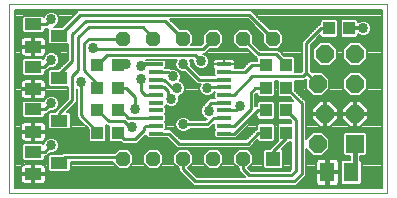
<source format=gtl>
G75*
%MOIN*%
%OFA0B0*%
%FSLAX24Y24*%
%IPPOS*%
%LPD*%
%AMOC8*
5,1,8,0,0,1.08239X$1,22.5*
%
%ADD10C,0.0000*%
%ADD11R,0.0472X0.0472*%
%ADD12OC8,0.0472*%
%ADD13R,0.0394X0.0433*%
%ADD14R,0.0472X0.0118*%
%ADD15R,0.0551X0.0394*%
%ADD16OC8,0.0600*%
%ADD17R,0.0600X0.0600*%
%ADD18R,0.0512X0.0630*%
%ADD19C,0.0100*%
%ADD20C,0.0337*%
%ADD21C,0.0070*%
%ADD22C,0.0120*%
%ADD23C,0.0160*%
D10*
X000241Y000241D02*
X000241Y006541D01*
X012840Y006541D01*
X012840Y000241D01*
X000241Y000241D01*
D11*
X009041Y001391D03*
D12*
X008041Y001391D03*
X007041Y001391D03*
X006041Y001391D03*
X005041Y001391D03*
X004041Y001391D03*
X004041Y005391D03*
X005041Y005391D03*
X006041Y005391D03*
X007041Y005391D03*
X008041Y005391D03*
X009041Y005391D03*
D13*
X008800Y004510D03*
X009470Y004510D03*
X009470Y003760D03*
X008800Y003760D03*
X008800Y003010D03*
X009470Y003010D03*
X009470Y002260D03*
X008800Y002260D03*
X003845Y002260D03*
X003175Y002260D03*
X003175Y003010D03*
X003845Y003010D03*
X003845Y003760D03*
X003175Y003760D03*
X003175Y004510D03*
X003845Y004510D03*
X010900Y005735D03*
X011570Y005735D03*
D14*
X007402Y004537D03*
X007402Y004281D03*
X007402Y004025D03*
X007402Y003769D03*
X007402Y003513D03*
X007402Y003257D03*
X007402Y003001D03*
X007402Y002745D03*
X007402Y002489D03*
X007402Y002233D03*
X005118Y002233D03*
X005118Y002489D03*
X005118Y002745D03*
X005118Y003001D03*
X005118Y003257D03*
X005118Y003513D03*
X005118Y003769D03*
X005118Y004025D03*
X005118Y004281D03*
X005118Y004537D03*
D15*
X001906Y004080D03*
X001040Y003706D03*
X001040Y003039D03*
X001906Y002665D03*
X001040Y002291D03*
X001040Y001624D03*
X001906Y001250D03*
X001040Y000876D03*
X001040Y004454D03*
X001040Y005124D03*
X001906Y005498D03*
X001040Y005872D03*
D16*
X010510Y003885D03*
X011760Y003885D03*
X011760Y002885D03*
X010760Y002885D03*
X010510Y001885D03*
X010760Y004885D03*
X011760Y004885D03*
D17*
X011760Y001885D03*
D18*
X011629Y000935D03*
X010841Y000935D03*
D19*
X009985Y000885D02*
X009741Y000641D01*
X006441Y000641D01*
X006041Y001041D01*
X006041Y001390D01*
X006041Y001391D01*
X005891Y001891D02*
X008191Y001891D01*
X008541Y002241D01*
X008782Y002241D01*
X008800Y002260D01*
X009035Y001635D02*
X009470Y002070D01*
X009470Y002260D01*
X009785Y002695D02*
X009785Y000985D01*
X009641Y000841D01*
X008241Y000841D01*
X008041Y001041D01*
X008041Y001390D01*
X008041Y001391D01*
X009035Y001396D02*
X009035Y001635D01*
X009035Y001396D02*
X009041Y001391D01*
X009985Y000885D02*
X009985Y003245D01*
X009470Y003760D01*
X008800Y003760D02*
X008775Y003735D01*
X008435Y003735D01*
X008285Y003585D01*
X008285Y003035D01*
X007739Y002489D01*
X007402Y002489D01*
X007402Y002745D02*
X007045Y002745D01*
X006835Y002535D01*
X006035Y002535D01*
X005549Y002233D02*
X005891Y001891D01*
X005549Y002233D02*
X005118Y002233D01*
X004735Y002335D02*
X004735Y002435D01*
X004789Y002489D01*
X005118Y002489D01*
X005118Y002745D02*
X004209Y002745D01*
X003945Y003010D01*
X003845Y003010D01*
X004060Y002635D02*
X003550Y002635D01*
X003175Y003010D01*
X002635Y002835D02*
X002635Y003935D01*
X002335Y004135D02*
X002535Y004335D01*
X002535Y005435D01*
X002891Y005791D01*
X004690Y005791D01*
X005041Y005391D01*
X004041Y005391D02*
X002891Y005391D01*
X002735Y005235D01*
X002735Y004335D01*
X003175Y003895D01*
X003175Y003760D01*
X003845Y003760D02*
X004110Y003760D01*
X004435Y003435D01*
X004435Y003035D01*
X004060Y002635D02*
X004260Y002435D01*
X004335Y002435D01*
X004435Y002035D02*
X004735Y002335D01*
X004435Y002035D02*
X004070Y002035D01*
X003845Y002260D01*
X003175Y002295D02*
X003175Y002260D01*
X003150Y002235D01*
X003175Y002295D02*
X002635Y002835D01*
X002335Y003335D02*
X001906Y002906D01*
X001906Y002665D01*
X001439Y003039D02*
X001635Y003235D01*
X001439Y003039D02*
X001040Y003039D01*
X002335Y003335D02*
X002335Y004135D01*
X001906Y004080D02*
X001906Y004206D01*
X002335Y004635D01*
X002335Y005535D01*
X002791Y005991D01*
X005440Y005991D01*
X006041Y005391D01*
X006691Y005041D02*
X007041Y005391D01*
X006691Y005041D02*
X003079Y005041D01*
X003035Y005085D01*
X003507Y004841D02*
X006429Y004841D01*
X006635Y004635D01*
X006035Y004535D02*
X006545Y004025D01*
X007402Y004025D01*
X007402Y004281D02*
X008081Y004281D01*
X008310Y004510D01*
X008800Y004510D01*
X009135Y004885D02*
X009470Y004550D01*
X009470Y004510D01*
X010010Y004135D02*
X010135Y004260D01*
X010510Y003885D01*
X010010Y004135D02*
X008335Y004135D01*
X007713Y003513D01*
X007402Y003513D01*
X007402Y003769D02*
X006869Y003769D01*
X006835Y003735D01*
X006957Y003257D02*
X006885Y003185D01*
X006885Y002985D01*
X006957Y003257D02*
X007402Y003257D01*
X007402Y003001D02*
X007801Y003001D01*
X007935Y003135D01*
X008510Y003010D02*
X008800Y003010D01*
X008760Y003010D01*
X008510Y003010D02*
X007733Y002233D01*
X007402Y002233D01*
X009470Y003010D02*
X009785Y002695D01*
X010135Y004260D02*
X010135Y005235D01*
X010635Y005735D01*
X010900Y005735D01*
X009041Y005391D02*
X008240Y006191D01*
X002591Y006191D01*
X002591Y006183D01*
X001906Y005498D01*
X001472Y005872D02*
X001635Y006035D01*
X001472Y005872D02*
X001040Y005872D01*
X001635Y004685D02*
X001404Y004454D01*
X001040Y004454D01*
X003175Y004510D02*
X003507Y004841D01*
X003845Y004510D02*
X004110Y004510D01*
X004135Y004535D01*
X004635Y004035D02*
X004635Y003635D01*
X004757Y003513D01*
X005118Y003513D01*
X005118Y003769D02*
X005401Y003769D01*
X005535Y003635D01*
X005535Y003485D01*
X005635Y003385D01*
X005685Y003735D02*
X005835Y003735D01*
X005685Y003735D02*
X005395Y004025D01*
X005118Y004025D01*
X005118Y004281D02*
X005539Y004281D01*
X005685Y004135D01*
X008041Y005391D02*
X008546Y004885D01*
X009135Y004885D01*
X004041Y001391D02*
X003996Y001435D01*
X002091Y001435D01*
X001906Y001250D01*
X001424Y001624D02*
X001635Y001835D01*
X001424Y001624D02*
X001040Y001624D01*
D20*
X001635Y001835D03*
X002435Y002235D03*
X004335Y002435D03*
X004435Y003035D03*
X005635Y003385D03*
X005835Y003735D03*
X005685Y004135D03*
X006035Y004535D03*
X006635Y004635D03*
X006835Y003735D03*
X006635Y003335D03*
X006885Y002985D03*
X006035Y002535D03*
X005535Y001835D03*
X005535Y000835D03*
X004535Y000835D03*
X003435Y000835D03*
X002535Y000835D03*
X001635Y003235D03*
X002635Y003935D03*
X001635Y004685D03*
X001835Y005035D03*
X003035Y005085D03*
X004135Y004535D03*
X004635Y004485D03*
X004635Y004035D03*
X006535Y005635D03*
X007535Y005635D03*
X009635Y005235D03*
X012035Y005735D03*
X009935Y003735D03*
X007935Y003135D03*
X012235Y000735D03*
X001635Y006035D03*
D21*
X001390Y006132D02*
X001386Y006132D01*
X001389Y006129D02*
X001354Y006163D01*
X000725Y006163D01*
X000669Y006108D01*
X000669Y005635D01*
X000725Y005580D01*
X001354Y005580D01*
X001410Y005635D01*
X001410Y005727D01*
X001532Y005727D01*
X001535Y005730D01*
X001535Y005261D01*
X001591Y005206D01*
X002190Y005206D01*
X002190Y004695D01*
X001867Y004372D01*
X001591Y004372D01*
X001535Y004316D01*
X001535Y003844D01*
X001591Y003788D01*
X002190Y003788D01*
X002190Y003395D01*
X001846Y003051D01*
X001761Y002966D01*
X001761Y002957D01*
X001591Y002957D01*
X001535Y002901D01*
X001535Y002429D01*
X001591Y002373D01*
X002221Y002373D01*
X002276Y002429D01*
X002276Y002901D01*
X002221Y002957D01*
X002162Y002957D01*
X002395Y003190D01*
X002395Y003190D01*
X002480Y003275D01*
X002480Y003717D01*
X002486Y003712D01*
X002490Y003710D01*
X002490Y002775D01*
X002575Y002690D01*
X002884Y002381D01*
X002884Y002004D01*
X002939Y001948D01*
X003412Y001948D01*
X003467Y002004D01*
X003467Y002513D01*
X003490Y002490D01*
X003553Y002490D01*
X003553Y002004D01*
X003608Y001948D01*
X003951Y001948D01*
X004010Y001890D01*
X004495Y001890D01*
X004787Y002182D01*
X004787Y002135D01*
X004843Y002079D01*
X005394Y002079D01*
X005403Y002088D01*
X005489Y002088D01*
X005746Y001831D01*
X005831Y001746D01*
X008251Y001746D01*
X008509Y002004D01*
X008564Y001948D01*
X009037Y001948D01*
X009092Y002004D01*
X009092Y002516D01*
X009037Y002572D01*
X008564Y002572D01*
X008509Y002516D01*
X008509Y002386D01*
X008481Y002386D01*
X008396Y002301D01*
X008131Y002036D01*
X005951Y002036D01*
X005694Y002294D01*
X005609Y002378D01*
X005437Y002378D01*
X005449Y002391D01*
X005449Y002588D01*
X005420Y002617D01*
X005449Y002647D01*
X005449Y002844D01*
X006658Y002844D01*
X006662Y002836D02*
X006736Y002762D01*
X006821Y002726D01*
X006775Y002680D01*
X006260Y002680D01*
X006258Y002684D01*
X006184Y002758D01*
X006087Y002798D01*
X005983Y002798D01*
X005886Y002758D01*
X005812Y002684D01*
X005772Y002587D01*
X005772Y002483D01*
X005812Y002386D01*
X005886Y002312D01*
X005983Y002272D01*
X006087Y002272D01*
X006184Y002312D01*
X006258Y002386D01*
X006260Y002390D01*
X006895Y002390D01*
X006980Y002475D01*
X007071Y002565D01*
X007071Y002391D01*
X007100Y002361D01*
X007071Y002332D01*
X007071Y002135D01*
X007126Y002079D01*
X007677Y002079D01*
X007686Y002088D01*
X007794Y002088D01*
X008509Y002803D01*
X008509Y002754D01*
X008564Y002698D01*
X009037Y002698D01*
X009092Y002754D01*
X009092Y003266D01*
X009037Y003322D01*
X008564Y003322D01*
X008509Y003266D01*
X008509Y003155D01*
X008450Y003155D01*
X008430Y003135D01*
X008430Y003525D01*
X008495Y003590D01*
X008509Y003590D01*
X008509Y003504D01*
X008564Y003448D01*
X009037Y003448D01*
X009092Y003504D01*
X009092Y003990D01*
X009178Y003990D01*
X009178Y003504D01*
X009233Y003448D01*
X009576Y003448D01*
X009703Y003322D01*
X009233Y003322D01*
X009178Y003266D01*
X009178Y002754D01*
X009233Y002698D01*
X009576Y002698D01*
X009640Y002635D01*
X009640Y002572D01*
X009233Y002572D01*
X009178Y002516D01*
X009178Y002004D01*
X009188Y001993D01*
X008917Y001722D01*
X008765Y001722D01*
X008709Y001666D01*
X008709Y001115D01*
X008765Y001060D01*
X009316Y001060D01*
X009372Y001115D01*
X009372Y001666D01*
X009322Y001717D01*
X009530Y001925D01*
X009554Y001948D01*
X009640Y001948D01*
X009640Y001045D01*
X009581Y000986D01*
X008301Y000986D01*
X008203Y001085D01*
X008372Y001254D01*
X008372Y001528D01*
X008178Y001722D01*
X007903Y001722D01*
X007709Y001528D01*
X007709Y001254D01*
X007896Y001067D01*
X007896Y000981D01*
X007981Y000896D01*
X008091Y000786D01*
X006501Y000786D01*
X006203Y001085D01*
X006372Y001254D01*
X006372Y001528D01*
X006178Y001722D01*
X005903Y001722D01*
X005709Y001528D01*
X005709Y001254D01*
X005896Y001067D01*
X005896Y000981D01*
X005981Y000896D01*
X006381Y000496D01*
X009801Y000496D01*
X009886Y000581D01*
X010130Y000825D01*
X010130Y001706D01*
X010346Y001490D01*
X010674Y001490D01*
X010905Y001721D01*
X010905Y002049D01*
X010674Y002280D01*
X010346Y002280D01*
X010130Y002064D01*
X010130Y003305D01*
X010045Y003390D01*
X009761Y003673D01*
X009761Y003990D01*
X010070Y003990D01*
X010115Y004035D01*
X010115Y003721D01*
X010346Y003490D01*
X010674Y003490D01*
X010905Y003721D01*
X010905Y004049D01*
X010674Y004280D01*
X010346Y004280D01*
X010333Y004267D01*
X010280Y004320D01*
X010280Y005175D01*
X010609Y005503D01*
X010609Y005479D01*
X010664Y005423D01*
X011137Y005423D01*
X011192Y005479D01*
X011192Y005991D01*
X011137Y006047D01*
X010664Y006047D01*
X010609Y005991D01*
X010609Y005880D01*
X010575Y005880D01*
X009990Y005295D01*
X009990Y004320D01*
X009950Y004280D01*
X009761Y004280D01*
X009761Y004766D01*
X009706Y004822D01*
X009404Y004822D01*
X009280Y004945D01*
X009280Y004945D01*
X009195Y005030D01*
X008606Y005030D01*
X008372Y005265D01*
X008372Y005528D01*
X008178Y005722D01*
X007903Y005722D01*
X007709Y005528D01*
X007709Y005254D01*
X007903Y005060D01*
X008167Y005060D01*
X008401Y004825D01*
X008486Y004740D01*
X008509Y004740D01*
X008509Y004655D01*
X008250Y004655D01*
X008165Y004570D01*
X008021Y004426D01*
X007764Y004426D01*
X007773Y004460D01*
X007773Y004537D01*
X007773Y004613D01*
X007764Y004648D01*
X007746Y004678D01*
X007721Y004704D01*
X007690Y004721D01*
X007656Y004731D01*
X007402Y004731D01*
X007402Y004537D01*
X007402Y004537D01*
X007773Y004537D01*
X007402Y004537D01*
X007402Y004537D01*
X007402Y004731D01*
X007148Y004731D01*
X007113Y004721D01*
X007083Y004704D01*
X007058Y004678D01*
X007040Y004648D01*
X007031Y004613D01*
X007031Y004537D01*
X007402Y004537D01*
X007402Y004537D01*
X007031Y004537D01*
X007031Y004460D01*
X007040Y004425D01*
X007058Y004395D01*
X007072Y004380D01*
X007071Y004379D01*
X007071Y004182D01*
X007083Y004170D01*
X006605Y004170D01*
X006297Y004478D01*
X006298Y004483D01*
X006298Y004587D01*
X006258Y004684D01*
X006246Y004696D01*
X006369Y004696D01*
X006373Y004692D01*
X006372Y004687D01*
X006372Y004583D01*
X006412Y004486D01*
X006486Y004412D01*
X006583Y004372D01*
X006687Y004372D01*
X006784Y004412D01*
X006858Y004486D01*
X006898Y004583D01*
X006898Y004687D01*
X006858Y004784D01*
X006784Y004858D01*
X006693Y004896D01*
X006751Y004896D01*
X006914Y005060D01*
X007178Y005060D01*
X007372Y005254D01*
X007372Y005528D01*
X007178Y005722D01*
X006903Y005722D01*
X006709Y005528D01*
X006709Y005265D01*
X006631Y005186D01*
X006304Y005186D01*
X006372Y005254D01*
X006372Y005528D01*
X006178Y005722D01*
X005914Y005722D01*
X005590Y006046D01*
X008180Y006046D01*
X008709Y005517D01*
X008709Y005254D01*
X008903Y005060D01*
X009178Y005060D01*
X009372Y005254D01*
X009372Y005528D01*
X009178Y005722D01*
X008914Y005722D01*
X008385Y006251D01*
X008300Y006336D01*
X002531Y006336D01*
X002446Y006251D01*
X002446Y006243D01*
X001992Y005789D01*
X001731Y005789D01*
X001784Y005812D01*
X001858Y005886D01*
X001898Y005983D01*
X001898Y006087D01*
X001858Y006184D01*
X001784Y006258D01*
X001687Y006298D01*
X001583Y006298D01*
X001486Y006258D01*
X001412Y006184D01*
X001389Y006129D01*
X001428Y006201D02*
X000426Y006201D01*
X000426Y006269D02*
X001512Y006269D01*
X001758Y006269D02*
X002464Y006269D01*
X002404Y006201D02*
X001842Y006201D01*
X001880Y006132D02*
X002335Y006132D01*
X002267Y006064D02*
X001898Y006064D01*
X001898Y005995D02*
X002198Y005995D01*
X002130Y005927D02*
X001875Y005927D01*
X001831Y005858D02*
X002061Y005858D01*
X001993Y005790D02*
X001731Y005790D01*
X001535Y005721D02*
X001410Y005721D01*
X001410Y005653D02*
X001535Y005653D01*
X001535Y005584D02*
X001359Y005584D01*
X001535Y005516D02*
X000426Y005516D01*
X000426Y005584D02*
X000720Y005584D01*
X000669Y005653D02*
X000426Y005653D01*
X000426Y005721D02*
X000669Y005721D01*
X000669Y005790D02*
X000426Y005790D01*
X000426Y005858D02*
X000669Y005858D01*
X000669Y005927D02*
X000426Y005927D01*
X000426Y005995D02*
X000669Y005995D01*
X000669Y006064D02*
X000426Y006064D01*
X000426Y006132D02*
X000693Y006132D01*
X000426Y006338D02*
X012655Y006338D01*
X012655Y006356D02*
X000426Y006356D01*
X000426Y000426D01*
X012655Y000426D01*
X012655Y006356D01*
X012655Y006269D02*
X008367Y006269D01*
X008436Y006201D02*
X012655Y006201D01*
X012655Y006132D02*
X008504Y006132D01*
X008573Y006064D02*
X012655Y006064D01*
X012655Y005995D02*
X012095Y005995D01*
X012087Y005998D02*
X011983Y005998D01*
X011886Y005958D01*
X011861Y005934D01*
X011861Y005991D01*
X011806Y006047D01*
X011333Y006047D01*
X011278Y005991D01*
X011278Y005479D01*
X011333Y005423D01*
X011806Y005423D01*
X011861Y005479D01*
X011861Y005536D01*
X011886Y005512D01*
X011983Y005472D01*
X012087Y005472D01*
X012184Y005512D01*
X012258Y005586D01*
X012298Y005683D01*
X012298Y005787D01*
X012258Y005884D01*
X012184Y005958D01*
X012087Y005998D01*
X011975Y005995D02*
X011857Y005995D01*
X012216Y005927D02*
X012655Y005927D01*
X012655Y005858D02*
X012269Y005858D01*
X012297Y005790D02*
X012655Y005790D01*
X012655Y005721D02*
X012298Y005721D01*
X012286Y005653D02*
X012655Y005653D01*
X012655Y005584D02*
X012257Y005584D01*
X012188Y005516D02*
X012655Y005516D01*
X012655Y005447D02*
X011830Y005447D01*
X011861Y005516D02*
X011882Y005516D01*
X011924Y005280D02*
X011596Y005280D01*
X011365Y005049D01*
X011365Y004721D01*
X011596Y004490D01*
X011924Y004490D01*
X012155Y004721D01*
X012155Y005049D01*
X011924Y005280D01*
X011962Y005242D02*
X012655Y005242D01*
X012655Y005310D02*
X010415Y005310D01*
X010347Y005242D02*
X010558Y005242D01*
X010596Y005280D02*
X010365Y005049D01*
X010365Y004721D01*
X010596Y004490D01*
X010924Y004490D01*
X011155Y004721D01*
X011155Y005049D01*
X010924Y005280D01*
X010596Y005280D01*
X010490Y005173D02*
X010280Y005173D01*
X010280Y005105D02*
X010421Y005105D01*
X010365Y005036D02*
X010280Y005036D01*
X010280Y004968D02*
X010365Y004968D01*
X010365Y004899D02*
X010280Y004899D01*
X010280Y004831D02*
X010365Y004831D01*
X010365Y004762D02*
X010280Y004762D01*
X010280Y004694D02*
X010393Y004694D01*
X010461Y004625D02*
X010280Y004625D01*
X010280Y004557D02*
X010530Y004557D01*
X010280Y004488D02*
X012655Y004488D01*
X012655Y004420D02*
X010280Y004420D01*
X010280Y004351D02*
X012655Y004351D01*
X012655Y004283D02*
X010317Y004283D01*
X009990Y004351D02*
X009761Y004351D01*
X009761Y004283D02*
X009953Y004283D01*
X009990Y004420D02*
X009761Y004420D01*
X009761Y004488D02*
X009990Y004488D01*
X009990Y004557D02*
X009761Y004557D01*
X009761Y004625D02*
X009990Y004625D01*
X009990Y004694D02*
X009761Y004694D01*
X009761Y004762D02*
X009990Y004762D01*
X009990Y004831D02*
X009394Y004831D01*
X009326Y004899D02*
X009990Y004899D01*
X009990Y004968D02*
X009257Y004968D01*
X009223Y005105D02*
X009990Y005105D01*
X009990Y005173D02*
X009291Y005173D01*
X009360Y005242D02*
X009990Y005242D01*
X010005Y005310D02*
X009372Y005310D01*
X009372Y005379D02*
X010074Y005379D01*
X010142Y005447D02*
X009372Y005447D01*
X009372Y005516D02*
X010211Y005516D01*
X010279Y005584D02*
X009316Y005584D01*
X009247Y005653D02*
X010348Y005653D01*
X010416Y005721D02*
X009179Y005721D01*
X008847Y005790D02*
X010485Y005790D01*
X010553Y005858D02*
X008778Y005858D01*
X008710Y005927D02*
X010609Y005927D01*
X010613Y005995D02*
X008641Y005995D01*
X008368Y005858D02*
X005778Y005858D01*
X005847Y005790D02*
X008437Y005790D01*
X008505Y005721D02*
X008179Y005721D01*
X008247Y005653D02*
X008574Y005653D01*
X008642Y005584D02*
X008316Y005584D01*
X008372Y005516D02*
X008709Y005516D01*
X008709Y005447D02*
X008372Y005447D01*
X008372Y005379D02*
X008709Y005379D01*
X008709Y005310D02*
X008372Y005310D01*
X008395Y005242D02*
X008721Y005242D01*
X008790Y005173D02*
X008463Y005173D01*
X008532Y005105D02*
X008858Y005105D01*
X008600Y005036D02*
X009990Y005036D01*
X010484Y005379D02*
X012655Y005379D01*
X012655Y005173D02*
X012030Y005173D01*
X012099Y005105D02*
X012655Y005105D01*
X012655Y005036D02*
X012155Y005036D01*
X012155Y004968D02*
X012655Y004968D01*
X012655Y004899D02*
X012155Y004899D01*
X012155Y004831D02*
X012655Y004831D01*
X012655Y004762D02*
X012155Y004762D01*
X012127Y004694D02*
X012655Y004694D01*
X012655Y004625D02*
X012059Y004625D01*
X011990Y004557D02*
X012655Y004557D01*
X012655Y004214D02*
X011989Y004214D01*
X011924Y004280D02*
X011596Y004280D01*
X011365Y004049D01*
X011365Y003721D01*
X011596Y003490D01*
X011924Y003490D01*
X012155Y003721D01*
X012155Y004049D01*
X011924Y004280D01*
X012058Y004146D02*
X012655Y004146D01*
X012655Y004077D02*
X012126Y004077D01*
X012155Y004009D02*
X012655Y004009D01*
X012655Y003940D02*
X012155Y003940D01*
X012155Y003872D02*
X012655Y003872D01*
X012655Y003803D02*
X012155Y003803D01*
X012155Y003735D02*
X012655Y003735D01*
X012655Y003666D02*
X012100Y003666D01*
X012031Y003598D02*
X012655Y003598D01*
X012655Y003529D02*
X011963Y003529D01*
X011940Y003320D02*
X011795Y003320D01*
X011795Y002920D01*
X012195Y002920D01*
X012195Y003065D01*
X011940Y003320D01*
X012005Y003255D02*
X012655Y003255D01*
X012655Y003187D02*
X012073Y003187D01*
X012142Y003118D02*
X012655Y003118D01*
X012655Y003050D02*
X012195Y003050D01*
X012195Y002981D02*
X012655Y002981D01*
X012655Y002913D02*
X011795Y002913D01*
X011795Y002920D02*
X011795Y002850D01*
X012195Y002850D01*
X012195Y002705D01*
X011940Y002450D01*
X011795Y002450D01*
X011795Y002850D01*
X011725Y002850D01*
X011725Y002450D01*
X011580Y002450D01*
X011325Y002705D01*
X011325Y002850D01*
X011725Y002850D01*
X011725Y002920D01*
X011725Y003320D01*
X011580Y003320D01*
X011325Y003065D01*
X011325Y002920D01*
X011725Y002920D01*
X011795Y002920D01*
X011795Y002981D02*
X011725Y002981D01*
X011725Y002913D02*
X010795Y002913D01*
X010795Y002920D02*
X011195Y002920D01*
X011195Y003065D01*
X010940Y003320D01*
X010795Y003320D01*
X010795Y002920D01*
X010725Y002920D01*
X010725Y003320D01*
X010580Y003320D01*
X010325Y003065D01*
X010325Y002920D01*
X010725Y002920D01*
X010725Y002850D01*
X010325Y002850D01*
X010325Y002705D01*
X010580Y002450D01*
X010725Y002450D01*
X010725Y002850D01*
X010795Y002850D01*
X010795Y002920D01*
X010795Y002981D02*
X010725Y002981D01*
X010725Y002913D02*
X010130Y002913D01*
X010130Y002981D02*
X010325Y002981D01*
X010325Y003050D02*
X010130Y003050D01*
X010130Y003118D02*
X010378Y003118D01*
X010447Y003187D02*
X010130Y003187D01*
X010130Y003255D02*
X010515Y003255D01*
X010725Y003255D02*
X010795Y003255D01*
X010795Y003187D02*
X010725Y003187D01*
X010725Y003118D02*
X010795Y003118D01*
X010795Y003050D02*
X010725Y003050D01*
X010725Y002844D02*
X010795Y002844D01*
X010795Y002850D02*
X010795Y002450D01*
X010940Y002450D01*
X011195Y002705D01*
X011195Y002850D01*
X010795Y002850D01*
X010795Y002776D02*
X010725Y002776D01*
X010725Y002707D02*
X010795Y002707D01*
X010795Y002639D02*
X010725Y002639D01*
X010725Y002570D02*
X010795Y002570D01*
X010795Y002502D02*
X010725Y002502D01*
X010528Y002502D02*
X010130Y002502D01*
X010130Y002570D02*
X010460Y002570D01*
X010391Y002639D02*
X010130Y002639D01*
X010130Y002707D02*
X010325Y002707D01*
X010325Y002776D02*
X010130Y002776D01*
X010130Y002844D02*
X010325Y002844D01*
X009636Y002639D02*
X008344Y002639D01*
X008412Y002707D02*
X008555Y002707D01*
X008509Y002776D02*
X008481Y002776D01*
X008563Y002570D02*
X008275Y002570D01*
X008207Y002502D02*
X008509Y002502D01*
X008509Y002433D02*
X008138Y002433D01*
X008070Y002365D02*
X008460Y002365D01*
X008391Y002296D02*
X008001Y002296D01*
X007933Y002228D02*
X008323Y002228D01*
X008254Y002159D02*
X007864Y002159D01*
X007796Y002091D02*
X008186Y002091D01*
X008459Y001954D02*
X008559Y001954D01*
X008390Y001885D02*
X009080Y001885D01*
X009042Y001954D02*
X009149Y001954D01*
X009178Y002022D02*
X009092Y002022D01*
X009092Y002091D02*
X009178Y002091D01*
X009178Y002159D02*
X009092Y002159D01*
X009092Y002228D02*
X009178Y002228D01*
X009178Y002296D02*
X009092Y002296D01*
X009092Y002365D02*
X009178Y002365D01*
X009178Y002433D02*
X009092Y002433D01*
X009092Y002502D02*
X009178Y002502D01*
X009232Y002570D02*
X009038Y002570D01*
X009045Y002707D02*
X009225Y002707D01*
X009178Y002776D02*
X009092Y002776D01*
X009092Y002844D02*
X009178Y002844D01*
X009178Y002913D02*
X009092Y002913D01*
X009092Y002981D02*
X009178Y002981D01*
X009178Y003050D02*
X009092Y003050D01*
X009092Y003118D02*
X009178Y003118D01*
X009178Y003187D02*
X009092Y003187D01*
X009092Y003255D02*
X009178Y003255D01*
X009221Y003461D02*
X009049Y003461D01*
X009092Y003529D02*
X009178Y003529D01*
X009178Y003598D02*
X009092Y003598D01*
X009092Y003666D02*
X009178Y003666D01*
X009178Y003735D02*
X009092Y003735D01*
X009092Y003803D02*
X009178Y003803D01*
X009178Y003872D02*
X009092Y003872D01*
X009092Y003940D02*
X009178Y003940D01*
X009761Y003940D02*
X010115Y003940D01*
X010115Y003872D02*
X009761Y003872D01*
X009761Y003803D02*
X010115Y003803D01*
X010115Y003735D02*
X009761Y003735D01*
X009768Y003666D02*
X010170Y003666D01*
X010239Y003598D02*
X009837Y003598D01*
X009905Y003529D02*
X010307Y003529D01*
X010042Y003392D02*
X012655Y003392D01*
X012655Y003324D02*
X010111Y003324D01*
X009974Y003461D02*
X012655Y003461D01*
X011795Y003255D02*
X011725Y003255D01*
X011725Y003187D02*
X011795Y003187D01*
X011795Y003118D02*
X011725Y003118D01*
X011725Y003050D02*
X011795Y003050D01*
X011447Y003187D02*
X011073Y003187D01*
X011005Y003255D02*
X011515Y003255D01*
X011378Y003118D02*
X011142Y003118D01*
X011195Y003050D02*
X011325Y003050D01*
X011325Y002981D02*
X011195Y002981D01*
X011195Y002844D02*
X011325Y002844D01*
X011325Y002776D02*
X011195Y002776D01*
X011195Y002707D02*
X011325Y002707D01*
X011391Y002639D02*
X011129Y002639D01*
X011060Y002570D02*
X011460Y002570D01*
X011528Y002502D02*
X010992Y002502D01*
X010726Y002228D02*
X011368Y002228D01*
X011365Y002224D02*
X011421Y002280D01*
X012099Y002280D01*
X012155Y002224D01*
X012155Y001546D01*
X012099Y001490D01*
X011935Y001490D01*
X011935Y001334D01*
X011980Y001289D01*
X011980Y000581D01*
X011924Y000525D01*
X011333Y000525D01*
X011278Y000581D01*
X011278Y001289D01*
X011333Y001345D01*
X011585Y001345D01*
X011585Y001490D01*
X011421Y001490D01*
X011365Y001546D01*
X011365Y002224D01*
X011365Y002159D02*
X010794Y002159D01*
X010863Y002091D02*
X011365Y002091D01*
X011365Y002022D02*
X010905Y002022D01*
X010905Y001954D02*
X011365Y001954D01*
X011365Y001885D02*
X010905Y001885D01*
X010905Y001817D02*
X011365Y001817D01*
X011365Y001748D02*
X010905Y001748D01*
X010863Y001680D02*
X011365Y001680D01*
X011365Y001611D02*
X010795Y001611D01*
X010726Y001543D02*
X011368Y001543D01*
X011585Y001474D02*
X010130Y001474D01*
X010130Y001406D02*
X011585Y001406D01*
X011326Y001337D02*
X011201Y001337D01*
X011205Y001333D02*
X011180Y001358D01*
X011149Y001376D01*
X011115Y001385D01*
X010876Y001385D01*
X010876Y000970D01*
X010806Y000970D01*
X010806Y000900D01*
X010450Y000900D01*
X010450Y000602D01*
X010460Y000568D01*
X010477Y000537D01*
X010503Y000512D01*
X010533Y000494D01*
X010568Y000485D01*
X010806Y000485D01*
X010806Y000900D01*
X010876Y000900D01*
X010876Y000485D01*
X011115Y000485D01*
X011149Y000494D01*
X011180Y000512D01*
X011205Y000537D01*
X011223Y000568D01*
X011232Y000602D01*
X011232Y000900D01*
X010876Y000900D01*
X010876Y000970D01*
X011232Y000970D01*
X011232Y001268D01*
X011223Y001302D01*
X011205Y001333D01*
X011232Y001269D02*
X011278Y001269D01*
X011278Y001200D02*
X011232Y001200D01*
X011232Y001132D02*
X011278Y001132D01*
X011278Y001063D02*
X011232Y001063D01*
X011232Y000995D02*
X011278Y000995D01*
X011278Y000926D02*
X010876Y000926D01*
X010876Y000858D02*
X010806Y000858D01*
X010806Y000926D02*
X010130Y000926D01*
X010130Y000858D02*
X010450Y000858D01*
X010450Y000789D02*
X010094Y000789D01*
X010026Y000721D02*
X010450Y000721D01*
X010450Y000652D02*
X009957Y000652D01*
X009889Y000584D02*
X010455Y000584D01*
X010499Y000515D02*
X009820Y000515D01*
X009590Y000995D02*
X008293Y000995D01*
X008224Y001063D02*
X008761Y001063D01*
X008709Y001132D02*
X008250Y001132D01*
X008318Y001200D02*
X008709Y001200D01*
X008709Y001269D02*
X008372Y001269D01*
X008372Y001337D02*
X008709Y001337D01*
X008709Y001406D02*
X008372Y001406D01*
X008372Y001474D02*
X008709Y001474D01*
X008709Y001543D02*
X008357Y001543D01*
X008289Y001611D02*
X008709Y001611D01*
X008723Y001680D02*
X008220Y001680D01*
X008253Y001748D02*
X008943Y001748D01*
X009012Y001817D02*
X008322Y001817D01*
X007861Y001680D02*
X007220Y001680D01*
X007178Y001722D02*
X006903Y001722D01*
X006709Y001528D01*
X006709Y001254D01*
X006903Y001060D01*
X007178Y001060D01*
X007372Y001254D01*
X007372Y001528D01*
X007178Y001722D01*
X007289Y001611D02*
X007792Y001611D01*
X007724Y001543D02*
X007357Y001543D01*
X007372Y001474D02*
X007709Y001474D01*
X007709Y001406D02*
X007372Y001406D01*
X007372Y001337D02*
X007709Y001337D01*
X007709Y001269D02*
X007372Y001269D01*
X007318Y001200D02*
X007763Y001200D01*
X007831Y001132D02*
X007250Y001132D01*
X007181Y001063D02*
X007896Y001063D01*
X007896Y000995D02*
X006293Y000995D01*
X006224Y001063D02*
X006900Y001063D01*
X006831Y001132D02*
X006250Y001132D01*
X006318Y001200D02*
X006763Y001200D01*
X006709Y001269D02*
X006372Y001269D01*
X006372Y001337D02*
X006709Y001337D01*
X006709Y001406D02*
X006372Y001406D01*
X006372Y001474D02*
X006709Y001474D01*
X006724Y001543D02*
X006357Y001543D01*
X006289Y001611D02*
X006792Y001611D01*
X006861Y001680D02*
X006220Y001680D01*
X005861Y001680D02*
X005220Y001680D01*
X005178Y001722D02*
X004903Y001722D01*
X004709Y001528D01*
X004709Y001254D01*
X004903Y001060D01*
X005178Y001060D01*
X005372Y001254D01*
X005372Y001528D01*
X005178Y001722D01*
X005289Y001611D02*
X005792Y001611D01*
X005724Y001543D02*
X005357Y001543D01*
X005372Y001474D02*
X005709Y001474D01*
X005709Y001406D02*
X005372Y001406D01*
X005372Y001337D02*
X005709Y001337D01*
X005709Y001269D02*
X005372Y001269D01*
X005318Y001200D02*
X005763Y001200D01*
X005831Y001132D02*
X005250Y001132D01*
X005181Y001063D02*
X005896Y001063D01*
X005896Y000995D02*
X002258Y000995D01*
X002276Y001013D02*
X002276Y001290D01*
X003709Y001290D01*
X003709Y001254D01*
X003903Y001060D01*
X004178Y001060D01*
X004372Y001254D01*
X004372Y001528D01*
X004178Y001722D01*
X003903Y001722D01*
X003761Y001580D01*
X002031Y001580D01*
X001992Y001541D01*
X001591Y001541D01*
X001535Y001486D01*
X001535Y001013D01*
X001591Y000958D01*
X002221Y000958D01*
X002276Y001013D01*
X002276Y001063D02*
X003900Y001063D01*
X003831Y001132D02*
X002276Y001132D01*
X002276Y001200D02*
X003763Y001200D01*
X003709Y001269D02*
X002276Y001269D01*
X001994Y001543D02*
X001548Y001543D01*
X001578Y001573D02*
X001583Y001572D01*
X001687Y001572D01*
X001784Y001612D01*
X001858Y001686D01*
X001898Y001783D01*
X001898Y001887D01*
X001858Y001984D01*
X001784Y002058D01*
X001687Y002098D01*
X001583Y002098D01*
X001486Y002058D01*
X001412Y001984D01*
X001375Y001895D01*
X001354Y001915D01*
X000725Y001915D01*
X000669Y001860D01*
X000669Y001387D01*
X000725Y001332D01*
X001354Y001332D01*
X001410Y001387D01*
X001410Y001479D01*
X001484Y001479D01*
X001578Y001573D01*
X001535Y001474D02*
X001410Y001474D01*
X001410Y001406D02*
X001535Y001406D01*
X001535Y001337D02*
X001360Y001337D01*
X001535Y001269D02*
X000426Y001269D01*
X000426Y001337D02*
X000719Y001337D01*
X000669Y001406D02*
X000426Y001406D01*
X000426Y001474D02*
X000669Y001474D01*
X000669Y001543D02*
X000426Y001543D01*
X000426Y001611D02*
X000669Y001611D01*
X000669Y001680D02*
X000426Y001680D01*
X000426Y001748D02*
X000669Y001748D01*
X000669Y001817D02*
X000426Y001817D01*
X000426Y001885D02*
X000694Y001885D01*
X000712Y001968D02*
X000746Y001959D01*
X001005Y001959D01*
X001005Y002256D01*
X001075Y002256D01*
X001075Y002326D01*
X001450Y002326D01*
X001450Y002506D01*
X001441Y002540D01*
X001423Y002571D01*
X001398Y002596D01*
X001367Y002614D01*
X001333Y002623D01*
X001075Y002623D01*
X001075Y002326D01*
X001005Y002326D01*
X001005Y002623D01*
X000746Y002623D01*
X000712Y002614D01*
X000681Y002596D01*
X000656Y002571D01*
X000638Y002540D01*
X000629Y002506D01*
X000629Y002326D01*
X001005Y002326D01*
X001005Y002256D01*
X000629Y002256D01*
X000629Y002076D01*
X000638Y002042D01*
X000656Y002011D01*
X000681Y001986D01*
X000712Y001968D01*
X000649Y002022D02*
X000426Y002022D01*
X000426Y001954D02*
X001399Y001954D01*
X001398Y001986D02*
X001423Y002011D01*
X001441Y002042D01*
X001450Y002076D01*
X001450Y002256D01*
X001075Y002256D01*
X001075Y001959D01*
X001333Y001959D01*
X001367Y001968D01*
X001398Y001986D01*
X001430Y002022D02*
X001450Y002022D01*
X001450Y002091D02*
X001564Y002091D01*
X001450Y002159D02*
X002884Y002159D01*
X002884Y002091D02*
X001706Y002091D01*
X001820Y002022D02*
X002884Y002022D01*
X002934Y001954D02*
X001871Y001954D01*
X001898Y001885D02*
X005692Y001885D01*
X005746Y001831D02*
X005746Y001831D01*
X005761Y001817D02*
X001898Y001817D01*
X001884Y001748D02*
X005829Y001748D01*
X005624Y001954D02*
X004559Y001954D01*
X004627Y002022D02*
X005555Y002022D01*
X005828Y002159D02*
X007071Y002159D01*
X007071Y002228D02*
X005760Y002228D01*
X005694Y002294D02*
X005694Y002294D01*
X005691Y002296D02*
X005923Y002296D01*
X005833Y002365D02*
X005623Y002365D01*
X005792Y002433D02*
X005449Y002433D01*
X005449Y002502D02*
X005772Y002502D01*
X005772Y002570D02*
X005449Y002570D01*
X005441Y002639D02*
X005793Y002639D01*
X005835Y002707D02*
X005449Y002707D01*
X005449Y002776D02*
X005928Y002776D01*
X006142Y002776D02*
X006722Y002776D01*
X006662Y002836D02*
X006622Y002933D01*
X006622Y003037D01*
X006662Y003134D01*
X006736Y003208D01*
X006740Y003210D01*
X006740Y003245D01*
X006825Y003330D01*
X006897Y003402D01*
X007083Y003402D01*
X007071Y003415D01*
X007071Y003611D01*
X007083Y003624D01*
X007074Y003624D01*
X007058Y003586D01*
X006984Y003512D01*
X006887Y003472D01*
X006783Y003472D01*
X006686Y003512D01*
X006612Y003586D01*
X006572Y003683D01*
X006572Y003787D01*
X006610Y003880D01*
X006485Y003880D01*
X006092Y004273D01*
X006087Y004272D01*
X005983Y004272D01*
X005886Y004312D01*
X005812Y004386D01*
X005772Y004483D01*
X005772Y004587D01*
X005812Y004684D01*
X005824Y004696D01*
X004796Y004696D01*
X004801Y004692D01*
X005182Y004692D01*
X005183Y004691D01*
X005394Y004691D01*
X005449Y004635D01*
X005449Y004438D01*
X005437Y004426D01*
X005599Y004426D01*
X005628Y004397D01*
X005633Y004398D01*
X005737Y004398D01*
X005834Y004358D01*
X005908Y004284D01*
X005948Y004187D01*
X005948Y004083D01*
X005910Y003989D01*
X005984Y003958D01*
X006058Y003884D01*
X006098Y003787D01*
X006098Y003683D01*
X006058Y003586D01*
X005984Y003512D01*
X005887Y003472D01*
X005884Y003472D01*
X005898Y003437D01*
X005898Y003333D01*
X005858Y003236D01*
X005784Y003162D01*
X005687Y003122D01*
X005583Y003122D01*
X005486Y003162D01*
X005449Y003198D01*
X005449Y003159D01*
X005420Y003129D01*
X005449Y003100D01*
X005449Y002903D01*
X005420Y002873D01*
X005449Y002844D01*
X005449Y002913D02*
X006630Y002913D01*
X006622Y002981D02*
X005449Y002981D01*
X005449Y003050D02*
X006627Y003050D01*
X006655Y003118D02*
X005431Y003118D01*
X005449Y003187D02*
X005461Y003187D01*
X005809Y003187D02*
X006714Y003187D01*
X006750Y003255D02*
X005866Y003255D01*
X005895Y003324D02*
X006819Y003324D01*
X006887Y003392D02*
X005898Y003392D01*
X005889Y003461D02*
X007071Y003461D01*
X007071Y003529D02*
X007002Y003529D01*
X007063Y003598D02*
X007071Y003598D01*
X006668Y003529D02*
X006002Y003529D01*
X006063Y003598D02*
X006607Y003598D01*
X006578Y003666D02*
X006092Y003666D01*
X006098Y003735D02*
X006572Y003735D01*
X006578Y003803D02*
X006092Y003803D01*
X006063Y003872D02*
X006607Y003872D01*
X006425Y003940D02*
X006002Y003940D01*
X005918Y004009D02*
X006356Y004009D01*
X006288Y004077D02*
X005946Y004077D01*
X005948Y004146D02*
X006219Y004146D01*
X006151Y004214D02*
X005937Y004214D01*
X005955Y004283D02*
X005909Y004283D01*
X005846Y004351D02*
X005841Y004351D01*
X005798Y004420D02*
X005605Y004420D01*
X005449Y004488D02*
X005772Y004488D01*
X005772Y004557D02*
X005449Y004557D01*
X005449Y004625D02*
X005787Y004625D01*
X005821Y004694D02*
X004799Y004694D01*
X006249Y004694D02*
X006371Y004694D01*
X006372Y004625D02*
X006283Y004625D01*
X006298Y004557D02*
X006382Y004557D01*
X006411Y004488D02*
X006298Y004488D01*
X006355Y004420D02*
X006478Y004420D01*
X006424Y004351D02*
X007071Y004351D01*
X007071Y004283D02*
X006492Y004283D01*
X006561Y004214D02*
X007071Y004214D01*
X007043Y004420D02*
X006792Y004420D01*
X006859Y004488D02*
X007031Y004488D01*
X007031Y004557D02*
X006888Y004557D01*
X006898Y004625D02*
X007034Y004625D01*
X007073Y004694D02*
X006896Y004694D01*
X006867Y004762D02*
X008464Y004762D01*
X008509Y004694D02*
X007731Y004694D01*
X007770Y004625D02*
X008220Y004625D01*
X008152Y004557D02*
X007773Y004557D01*
X007773Y004488D02*
X008083Y004488D01*
X008401Y004825D02*
X008401Y004825D01*
X008396Y004831D02*
X006812Y004831D01*
X006754Y004899D02*
X008327Y004899D01*
X008259Y004968D02*
X006822Y004968D01*
X006891Y005036D02*
X008190Y005036D01*
X007858Y005105D02*
X007223Y005105D01*
X007291Y005173D02*
X007790Y005173D01*
X007721Y005242D02*
X007360Y005242D01*
X007372Y005310D02*
X007709Y005310D01*
X007709Y005379D02*
X007372Y005379D01*
X007372Y005447D02*
X007709Y005447D01*
X007709Y005516D02*
X007372Y005516D01*
X007316Y005584D02*
X007766Y005584D01*
X007834Y005653D02*
X007247Y005653D01*
X007179Y005721D02*
X007903Y005721D01*
X008300Y005927D02*
X005710Y005927D01*
X005641Y005995D02*
X008231Y005995D01*
X006903Y005721D02*
X006179Y005721D01*
X006247Y005653D02*
X006834Y005653D01*
X006766Y005584D02*
X006316Y005584D01*
X006372Y005516D02*
X006709Y005516D01*
X006709Y005447D02*
X006372Y005447D01*
X006372Y005379D02*
X006709Y005379D01*
X006709Y005310D02*
X006372Y005310D01*
X006360Y005242D02*
X006686Y005242D01*
X007402Y004694D02*
X007402Y004694D01*
X007402Y004625D02*
X007402Y004625D01*
X007402Y004557D02*
X007402Y004557D01*
X008434Y003529D02*
X008509Y003529D01*
X008552Y003461D02*
X008430Y003461D01*
X008430Y003392D02*
X009632Y003392D01*
X009701Y003324D02*
X008430Y003324D01*
X008430Y003255D02*
X008509Y003255D01*
X008509Y003187D02*
X008430Y003187D01*
X007071Y002502D02*
X007007Y002502D01*
X007071Y002433D02*
X006938Y002433D01*
X007097Y002365D02*
X006237Y002365D01*
X006147Y002296D02*
X007071Y002296D01*
X007115Y002091D02*
X005897Y002091D01*
X004831Y002091D02*
X004696Y002091D01*
X004764Y002159D02*
X004787Y002159D01*
X004861Y001680D02*
X004220Y001680D01*
X004289Y001611D02*
X004792Y001611D01*
X004724Y001543D02*
X004357Y001543D01*
X004372Y001474D02*
X004709Y001474D01*
X004709Y001406D02*
X004372Y001406D01*
X004372Y001337D02*
X004709Y001337D01*
X004709Y001269D02*
X004372Y001269D01*
X004318Y001200D02*
X004763Y001200D01*
X004831Y001132D02*
X004250Y001132D01*
X004181Y001063D02*
X004900Y001063D01*
X005951Y000926D02*
X001450Y000926D01*
X001450Y000911D02*
X001450Y001090D01*
X001441Y001125D01*
X001423Y001155D01*
X001398Y001180D01*
X001367Y001198D01*
X001333Y001207D01*
X001075Y001207D01*
X001075Y000911D01*
X001005Y000911D01*
X001005Y001207D01*
X000746Y001207D01*
X000712Y001198D01*
X000681Y001180D01*
X000656Y001155D01*
X000638Y001125D01*
X000629Y001090D01*
X000629Y000911D01*
X001005Y000911D01*
X001005Y000841D01*
X001075Y000841D01*
X001075Y000911D01*
X001450Y000911D01*
X001450Y000841D02*
X001450Y000661D01*
X001441Y000627D01*
X001423Y000596D01*
X001398Y000571D01*
X001367Y000553D01*
X001333Y000544D01*
X001075Y000544D01*
X001075Y000841D01*
X001450Y000841D01*
X001450Y000789D02*
X006088Y000789D01*
X006157Y000721D02*
X001450Y000721D01*
X001448Y000652D02*
X006225Y000652D01*
X006294Y000584D02*
X001411Y000584D01*
X001075Y000584D02*
X001005Y000584D01*
X001005Y000544D02*
X001005Y000841D01*
X000629Y000841D01*
X000629Y000661D01*
X000638Y000627D01*
X000656Y000596D01*
X000681Y000571D01*
X000712Y000553D01*
X000746Y000544D01*
X001005Y000544D01*
X001005Y000652D02*
X001075Y000652D01*
X001075Y000721D02*
X001005Y000721D01*
X001005Y000789D02*
X001075Y000789D01*
X001075Y000858D02*
X006020Y000858D01*
X006361Y000926D02*
X007951Y000926D01*
X008020Y000858D02*
X006430Y000858D01*
X006498Y000789D02*
X008088Y000789D01*
X009320Y001063D02*
X009640Y001063D01*
X009640Y001132D02*
X009372Y001132D01*
X009372Y001200D02*
X009640Y001200D01*
X009640Y001269D02*
X009372Y001269D01*
X009372Y001337D02*
X009640Y001337D01*
X009640Y001406D02*
X009372Y001406D01*
X009372Y001474D02*
X009640Y001474D01*
X009640Y001543D02*
X009372Y001543D01*
X009372Y001611D02*
X009640Y001611D01*
X009640Y001680D02*
X009358Y001680D01*
X009353Y001748D02*
X009640Y001748D01*
X009640Y001817D02*
X009422Y001817D01*
X009490Y001885D02*
X009640Y001885D01*
X010130Y001680D02*
X010157Y001680D01*
X010130Y001611D02*
X010225Y001611D01*
X010294Y001543D02*
X010130Y001543D01*
X010130Y001337D02*
X010482Y001337D01*
X010477Y001333D02*
X010460Y001302D01*
X010450Y001268D01*
X010450Y000970D01*
X010806Y000970D01*
X010806Y001385D01*
X010568Y001385D01*
X010533Y001376D01*
X010503Y001358D01*
X010477Y001333D01*
X010451Y001269D02*
X010130Y001269D01*
X010130Y001200D02*
X010450Y001200D01*
X010450Y001132D02*
X010130Y001132D01*
X010130Y001063D02*
X010450Y001063D01*
X010450Y000995D02*
X010130Y000995D01*
X010806Y000995D02*
X010876Y000995D01*
X010876Y001063D02*
X010806Y001063D01*
X010806Y001132D02*
X010876Y001132D01*
X010876Y001200D02*
X010806Y001200D01*
X010806Y001269D02*
X010876Y001269D01*
X010876Y001337D02*
X010806Y001337D01*
X011232Y000858D02*
X011278Y000858D01*
X011278Y000789D02*
X011232Y000789D01*
X011232Y000721D02*
X011278Y000721D01*
X011278Y000652D02*
X011232Y000652D01*
X011227Y000584D02*
X011278Y000584D01*
X011183Y000515D02*
X012655Y000515D01*
X012655Y000447D02*
X000426Y000447D01*
X000426Y000515D02*
X006362Y000515D01*
X003861Y001680D02*
X001852Y001680D01*
X001783Y001611D02*
X003792Y001611D01*
X003603Y001954D02*
X003417Y001954D01*
X003467Y002022D02*
X003553Y002022D01*
X003553Y002091D02*
X003467Y002091D01*
X003467Y002159D02*
X003553Y002159D01*
X003553Y002228D02*
X003467Y002228D01*
X003467Y002296D02*
X003553Y002296D01*
X003553Y002365D02*
X003467Y002365D01*
X003467Y002433D02*
X003553Y002433D01*
X003478Y002502D02*
X003467Y002502D01*
X002884Y002365D02*
X001450Y002365D01*
X001450Y002433D02*
X001535Y002433D01*
X001535Y002502D02*
X001450Y002502D01*
X001423Y002570D02*
X001535Y002570D01*
X001535Y002639D02*
X000426Y002639D01*
X000426Y002707D02*
X001535Y002707D01*
X001535Y002776D02*
X001383Y002776D01*
X001410Y002803D02*
X001410Y002894D01*
X001499Y002894D01*
X001578Y002973D01*
X001583Y002972D01*
X001687Y002972D01*
X001784Y003012D01*
X001858Y003086D01*
X001898Y003183D01*
X001898Y003287D01*
X001858Y003384D01*
X001784Y003458D01*
X001687Y003498D01*
X001583Y003498D01*
X001486Y003458D01*
X001412Y003384D01*
X001379Y003306D01*
X001354Y003331D01*
X000725Y003331D01*
X000669Y003275D01*
X000669Y002803D01*
X000725Y002747D01*
X001354Y002747D01*
X001410Y002803D01*
X001410Y002844D02*
X001535Y002844D01*
X001547Y002913D02*
X001518Y002913D01*
X001711Y002981D02*
X001776Y002981D01*
X001822Y003050D02*
X001845Y003050D01*
X001846Y003051D02*
X001846Y003051D01*
X001872Y003118D02*
X001913Y003118D01*
X001898Y003187D02*
X001982Y003187D01*
X002050Y003255D02*
X001898Y003255D01*
X001883Y003324D02*
X002119Y003324D01*
X002187Y003392D02*
X001850Y003392D01*
X001778Y003461D02*
X002190Y003461D01*
X002190Y003529D02*
X001450Y003529D01*
X001450Y003492D02*
X001450Y003671D01*
X001075Y003671D01*
X001075Y003741D01*
X001450Y003741D01*
X001450Y003921D01*
X001441Y003955D01*
X001423Y003986D01*
X001398Y004011D01*
X001367Y004029D01*
X001333Y004038D01*
X001075Y004038D01*
X001075Y003741D01*
X001005Y003741D01*
X001005Y004038D01*
X000746Y004038D01*
X000712Y004029D01*
X000681Y004011D01*
X000656Y003986D01*
X000638Y003955D01*
X000629Y003921D01*
X000629Y003741D01*
X001005Y003741D01*
X001005Y003671D01*
X001075Y003671D01*
X001075Y003374D01*
X001333Y003374D01*
X001367Y003384D01*
X001398Y003401D01*
X001423Y003427D01*
X001441Y003457D01*
X001450Y003492D01*
X001442Y003461D02*
X001492Y003461D01*
X001420Y003392D02*
X001382Y003392D01*
X001387Y003324D02*
X001361Y003324D01*
X001075Y003392D02*
X001005Y003392D01*
X001005Y003374D02*
X001005Y003671D01*
X000629Y003671D01*
X000629Y003492D01*
X000638Y003457D01*
X000656Y003427D01*
X000681Y003401D01*
X000712Y003384D01*
X000746Y003374D01*
X001005Y003374D01*
X001005Y003461D02*
X001075Y003461D01*
X001075Y003529D02*
X001005Y003529D01*
X001005Y003598D02*
X001075Y003598D01*
X001075Y003666D02*
X001005Y003666D01*
X001005Y003735D02*
X000426Y003735D01*
X000426Y003803D02*
X000629Y003803D01*
X000629Y003872D02*
X000426Y003872D01*
X000426Y003940D02*
X000634Y003940D01*
X000679Y004009D02*
X000426Y004009D01*
X000426Y004077D02*
X001535Y004077D01*
X001535Y004009D02*
X001400Y004009D01*
X001445Y003940D02*
X001535Y003940D01*
X001535Y003872D02*
X001450Y003872D01*
X001450Y003803D02*
X001576Y003803D01*
X001450Y003666D02*
X002190Y003666D01*
X002190Y003598D02*
X001450Y003598D01*
X001075Y003735D02*
X002190Y003735D01*
X002480Y003666D02*
X002490Y003666D01*
X002480Y003598D02*
X002490Y003598D01*
X002480Y003529D02*
X002490Y003529D01*
X002480Y003461D02*
X002490Y003461D01*
X002480Y003392D02*
X002490Y003392D01*
X002480Y003324D02*
X002490Y003324D01*
X002490Y003255D02*
X002460Y003255D01*
X002490Y003187D02*
X002392Y003187D01*
X002323Y003118D02*
X002490Y003118D01*
X002490Y003050D02*
X002255Y003050D01*
X002186Y002981D02*
X002490Y002981D01*
X002490Y002913D02*
X002265Y002913D01*
X002276Y002844D02*
X002490Y002844D01*
X002490Y002776D02*
X002276Y002776D01*
X002276Y002707D02*
X002558Y002707D01*
X002626Y002639D02*
X002276Y002639D01*
X002276Y002570D02*
X002695Y002570D01*
X002763Y002502D02*
X002276Y002502D01*
X002276Y002433D02*
X002832Y002433D01*
X002884Y002296D02*
X001075Y002296D01*
X001075Y002228D02*
X001005Y002228D01*
X001005Y002296D02*
X000426Y002296D01*
X000426Y002228D02*
X000629Y002228D01*
X000629Y002159D02*
X000426Y002159D01*
X000426Y002091D02*
X000629Y002091D01*
X001005Y002091D02*
X001075Y002091D01*
X001075Y002159D02*
X001005Y002159D01*
X001005Y002022D02*
X001075Y002022D01*
X001450Y002228D02*
X002884Y002228D01*
X001075Y002365D02*
X001005Y002365D01*
X001005Y002433D02*
X001075Y002433D01*
X001075Y002502D02*
X001005Y002502D01*
X001005Y002570D02*
X001075Y002570D01*
X000696Y002776D02*
X000426Y002776D01*
X000426Y002844D02*
X000669Y002844D01*
X000669Y002913D02*
X000426Y002913D01*
X000426Y002981D02*
X000669Y002981D01*
X000669Y003050D02*
X000426Y003050D01*
X000426Y003118D02*
X000669Y003118D01*
X000669Y003187D02*
X000426Y003187D01*
X000426Y003255D02*
X000669Y003255D01*
X000718Y003324D02*
X000426Y003324D01*
X000426Y003392D02*
X000697Y003392D01*
X000637Y003461D02*
X000426Y003461D01*
X000426Y003529D02*
X000629Y003529D01*
X000629Y003598D02*
X000426Y003598D01*
X000426Y003666D02*
X000629Y003666D01*
X001005Y003803D02*
X001075Y003803D01*
X001075Y003872D02*
X001005Y003872D01*
X001005Y003940D02*
X001075Y003940D01*
X001075Y004009D02*
X001005Y004009D01*
X000725Y004162D02*
X000669Y004218D01*
X000669Y004690D01*
X000725Y004746D01*
X001354Y004746D01*
X001372Y004729D01*
X001372Y004737D01*
X001410Y004831D01*
X001410Y004831D01*
X001398Y004819D01*
X001367Y004801D01*
X001333Y004792D01*
X001075Y004792D01*
X001075Y005089D01*
X001075Y005159D01*
X001450Y005159D01*
X001450Y005338D01*
X001441Y005373D01*
X001423Y005403D01*
X001398Y005428D01*
X001367Y005446D01*
X001333Y005455D01*
X001075Y005455D01*
X001075Y005159D01*
X001005Y005159D01*
X001005Y005455D01*
X000746Y005455D01*
X000712Y005446D01*
X000681Y005428D01*
X000656Y005403D01*
X000638Y005373D01*
X000629Y005338D01*
X000629Y005159D01*
X001005Y005159D01*
X001005Y005089D01*
X001075Y005089D01*
X001450Y005089D01*
X001450Y004909D01*
X001441Y004875D01*
X001426Y004848D01*
X001486Y004908D01*
X001583Y004948D01*
X001687Y004948D01*
X001784Y004908D01*
X001858Y004834D01*
X001898Y004737D01*
X001898Y004633D01*
X001858Y004536D01*
X001784Y004462D01*
X001687Y004422D01*
X001583Y004422D01*
X001578Y004423D01*
X001464Y004309D01*
X001410Y004309D01*
X001410Y004218D01*
X001354Y004162D01*
X000725Y004162D01*
X000673Y004214D02*
X000426Y004214D01*
X000426Y004146D02*
X001535Y004146D01*
X001535Y004214D02*
X001406Y004214D01*
X001410Y004283D02*
X001535Y004283D01*
X001506Y004351D02*
X001570Y004351D01*
X001575Y004420D02*
X001915Y004420D01*
X001983Y004488D02*
X001811Y004488D01*
X001867Y004557D02*
X002052Y004557D01*
X002120Y004625D02*
X001895Y004625D01*
X001898Y004694D02*
X002189Y004694D01*
X002190Y004762D02*
X001888Y004762D01*
X001860Y004831D02*
X002190Y004831D01*
X002190Y004899D02*
X001793Y004899D01*
X001477Y004899D02*
X001448Y004899D01*
X001450Y004968D02*
X002190Y004968D01*
X002190Y005036D02*
X001450Y005036D01*
X001450Y005173D02*
X002190Y005173D01*
X002190Y005105D02*
X001075Y005105D01*
X001075Y005173D02*
X001005Y005173D01*
X001005Y005105D02*
X000426Y005105D01*
X000426Y005173D02*
X000629Y005173D01*
X000629Y005242D02*
X000426Y005242D01*
X000426Y005310D02*
X000629Y005310D01*
X000642Y005379D02*
X000426Y005379D01*
X000426Y005447D02*
X000716Y005447D01*
X001005Y005447D02*
X001075Y005447D01*
X001075Y005379D02*
X001005Y005379D01*
X001005Y005310D02*
X001075Y005310D01*
X001075Y005242D02*
X001005Y005242D01*
X001005Y005089D02*
X000629Y005089D01*
X000629Y004909D01*
X000638Y004875D01*
X000656Y004844D01*
X000681Y004819D01*
X000712Y004801D01*
X000746Y004792D01*
X001005Y004792D01*
X001005Y005089D01*
X001005Y005036D02*
X001075Y005036D01*
X001075Y004968D02*
X001005Y004968D01*
X001005Y004899D02*
X001075Y004899D01*
X001075Y004831D02*
X001005Y004831D01*
X000669Y004831D02*
X000426Y004831D01*
X000426Y004899D02*
X000632Y004899D01*
X000629Y004968D02*
X000426Y004968D01*
X000426Y005036D02*
X000629Y005036D01*
X000426Y004762D02*
X001382Y004762D01*
X000672Y004694D02*
X000426Y004694D01*
X000426Y004625D02*
X000669Y004625D01*
X000669Y004557D02*
X000426Y004557D01*
X000426Y004488D02*
X000669Y004488D01*
X000669Y004420D02*
X000426Y004420D01*
X000426Y004351D02*
X000669Y004351D01*
X000669Y004283D02*
X000426Y004283D01*
X001450Y005242D02*
X001555Y005242D01*
X001535Y005310D02*
X001450Y005310D01*
X001437Y005379D02*
X001535Y005379D01*
X001535Y005447D02*
X001363Y005447D01*
X006235Y002707D02*
X006802Y002707D01*
X010130Y002433D02*
X012655Y002433D01*
X012655Y002365D02*
X010130Y002365D01*
X010130Y002296D02*
X012655Y002296D01*
X012655Y002228D02*
X012152Y002228D01*
X012155Y002159D02*
X012655Y002159D01*
X012655Y002091D02*
X012155Y002091D01*
X012155Y002022D02*
X012655Y002022D01*
X012655Y001954D02*
X012155Y001954D01*
X012155Y001885D02*
X012655Y001885D01*
X012655Y001817D02*
X012155Y001817D01*
X012155Y001748D02*
X012655Y001748D01*
X012655Y001680D02*
X012155Y001680D01*
X012155Y001611D02*
X012655Y001611D01*
X012655Y001543D02*
X012152Y001543D01*
X011935Y001474D02*
X012655Y001474D01*
X012655Y001406D02*
X011935Y001406D01*
X011935Y001337D02*
X012655Y001337D01*
X012655Y001269D02*
X011980Y001269D01*
X011980Y001200D02*
X012655Y001200D01*
X012655Y001132D02*
X011980Y001132D01*
X011980Y001063D02*
X012655Y001063D01*
X012655Y000995D02*
X011980Y000995D01*
X011980Y000926D02*
X012655Y000926D01*
X012655Y000858D02*
X011980Y000858D01*
X011980Y000789D02*
X012655Y000789D01*
X012655Y000721D02*
X011980Y000721D01*
X011980Y000652D02*
X012655Y000652D01*
X012655Y000584D02*
X011980Y000584D01*
X010876Y000584D02*
X010806Y000584D01*
X010806Y000652D02*
X010876Y000652D01*
X010876Y000721D02*
X010806Y000721D01*
X010806Y000789D02*
X010876Y000789D01*
X010876Y000515D02*
X010806Y000515D01*
X010157Y002091D02*
X010130Y002091D01*
X010130Y002159D02*
X010226Y002159D01*
X010294Y002228D02*
X010130Y002228D01*
X011725Y002502D02*
X011795Y002502D01*
X011795Y002570D02*
X011725Y002570D01*
X011725Y002639D02*
X011795Y002639D01*
X011795Y002707D02*
X011725Y002707D01*
X011725Y002776D02*
X011795Y002776D01*
X011795Y002844D02*
X011725Y002844D01*
X012129Y002639D02*
X012655Y002639D01*
X012655Y002707D02*
X012195Y002707D01*
X012195Y002776D02*
X012655Y002776D01*
X012655Y002844D02*
X012195Y002844D01*
X012060Y002570D02*
X012655Y002570D01*
X012655Y002502D02*
X011992Y002502D01*
X011557Y003529D02*
X010713Y003529D01*
X010781Y003598D02*
X011489Y003598D01*
X011420Y003666D02*
X010850Y003666D01*
X010905Y003735D02*
X011365Y003735D01*
X011365Y003803D02*
X010905Y003803D01*
X010905Y003872D02*
X011365Y003872D01*
X011365Y003940D02*
X010905Y003940D01*
X010905Y004009D02*
X011365Y004009D01*
X011394Y004077D02*
X010876Y004077D01*
X010808Y004146D02*
X011462Y004146D01*
X011531Y004214D02*
X010739Y004214D01*
X010115Y004009D02*
X010089Y004009D01*
X010990Y004557D02*
X011530Y004557D01*
X011461Y004625D02*
X011059Y004625D01*
X011127Y004694D02*
X011393Y004694D01*
X011365Y004762D02*
X011155Y004762D01*
X011155Y004831D02*
X011365Y004831D01*
X011365Y004899D02*
X011155Y004899D01*
X011155Y004968D02*
X011365Y004968D01*
X011365Y005036D02*
X011155Y005036D01*
X011099Y005105D02*
X011421Y005105D01*
X011490Y005173D02*
X011030Y005173D01*
X010962Y005242D02*
X011558Y005242D01*
X011310Y005447D02*
X011160Y005447D01*
X011192Y005516D02*
X011278Y005516D01*
X011278Y005584D02*
X011192Y005584D01*
X011192Y005653D02*
X011278Y005653D01*
X011278Y005721D02*
X011192Y005721D01*
X011192Y005790D02*
X011278Y005790D01*
X011278Y005858D02*
X011192Y005858D01*
X011192Y005927D02*
X011278Y005927D01*
X011282Y005995D02*
X011188Y005995D01*
X010640Y005447D02*
X010552Y005447D01*
X001535Y001200D02*
X001359Y001200D01*
X001437Y001132D02*
X001535Y001132D01*
X001535Y001063D02*
X001450Y001063D01*
X001450Y000995D02*
X001554Y000995D01*
X001075Y000995D02*
X001005Y000995D01*
X001005Y001063D02*
X001075Y001063D01*
X001075Y001132D02*
X001005Y001132D01*
X001005Y001200D02*
X001075Y001200D01*
X000720Y001200D02*
X000426Y001200D01*
X000426Y001132D02*
X000642Y001132D01*
X000629Y001063D02*
X000426Y001063D01*
X000426Y000995D02*
X000629Y000995D01*
X000629Y000926D02*
X000426Y000926D01*
X000426Y000858D02*
X001005Y000858D01*
X001005Y000926D02*
X001075Y000926D01*
X000629Y000789D02*
X000426Y000789D01*
X000426Y000721D02*
X000629Y000721D01*
X000631Y000652D02*
X000426Y000652D01*
X000426Y000584D02*
X000668Y000584D01*
X000629Y002365D02*
X000426Y002365D01*
X000426Y002433D02*
X000629Y002433D01*
X000629Y002502D02*
X000426Y002502D01*
X000426Y002570D02*
X000656Y002570D01*
D22*
X004635Y004485D02*
X004687Y004537D01*
X005118Y004537D01*
X011570Y005735D02*
X012035Y005735D01*
D23*
X011760Y001885D02*
X011760Y001066D01*
X011629Y000935D01*
M02*

</source>
